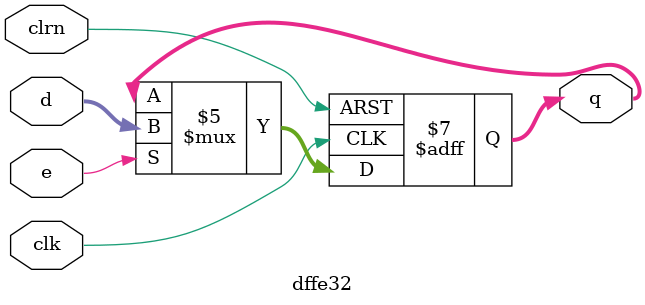
<source format=v>
module pipepc(npc,wpcir,clock,resetn,pc);
	input [31:0] npc;
	input wpcir,clock,resetn;
	output [31:0] pc;
	//reg [31:0] pc;
	
	//wire mid_clock;
	dffe32 test(npc,clock,resetn,wpcir,pc);
endmodule


module dffe32(d,clk,clrn,e,q);
   input  [31:0] d;
   input  clk,clrn,e;
   output [31:0] q;
   reg    [31:0] q;
   
   initial
   begin
     q=0;
   end
   
   always @ (negedge clrn or posedge clk)
      if (clrn == 0) begin
         q <= -4;
      end else begin
         if (e == 1) q <= d;
      end
endmodule
</source>
